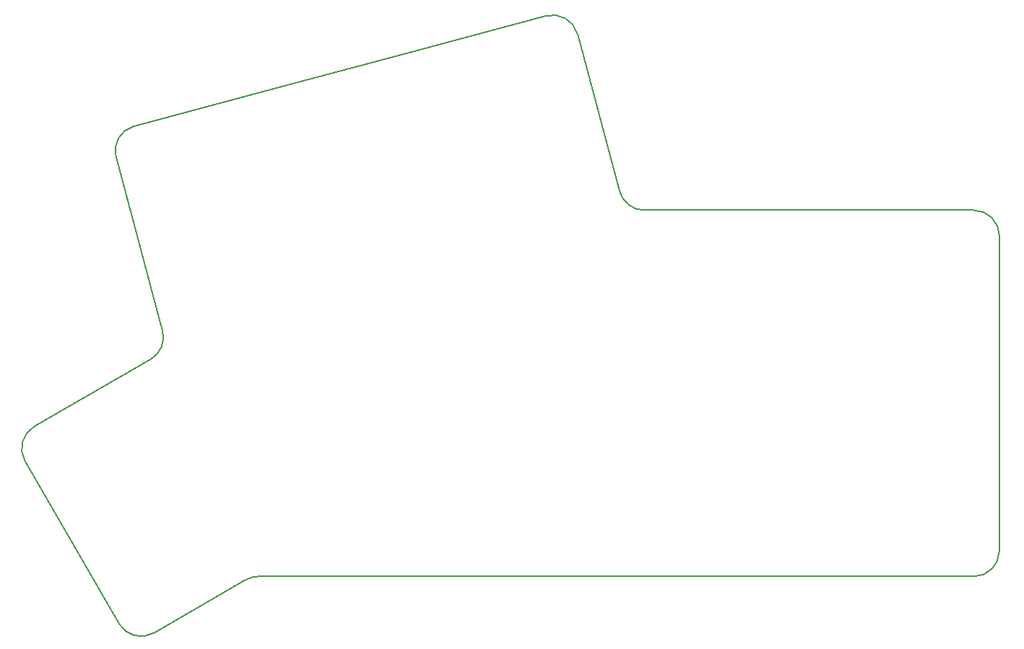
<source format=gbr>
%TF.GenerationSoftware,KiCad,Pcbnew,(6.0.5-0)*%
%TF.CreationDate,2022-07-11T16:51:09+02:00*%
%TF.ProjectId,kardV2,6b617264-5632-42e6-9b69-6361645f7063,v1.0.0*%
%TF.SameCoordinates,Original*%
%TF.FileFunction,Profile,NP*%
%FSLAX46Y46*%
G04 Gerber Fmt 4.6, Leading zero omitted, Abs format (unit mm)*
G04 Created by KiCad (PCBNEW (6.0.5-0)) date 2022-07-11 16:51:09*
%MOMM*%
%LPD*%
G01*
G04 APERTURE LIST*
%TA.AperFunction,Profile*%
%ADD10C,0.150000*%
%TD*%
G04 APERTURE END LIST*
D10*
X4092436Y9685022D02*
X15092436Y-9367537D01*
X5190512Y13783098D02*
X18814406Y21648857D01*
X19190513Y-10465613D02*
X29977481Y-4237754D01*
X14761310Y45366328D02*
X20212183Y25023390D01*
X16882630Y49040563D02*
X32337443Y53181668D01*
X49724108Y57840410D02*
X32337443Y53181668D01*
X68853156Y59860195D02*
X73802842Y41387713D01*
X49724108Y57840410D02*
X65178922Y61981515D01*
X31477481Y-3835830D02*
X115321521Y-3835830D01*
X118321521Y-835830D02*
X118321521Y36164170D01*
X115321521Y39164170D02*
X76700620Y39164170D01*
X15092436Y-9367537D02*
G75*
G03*
X19190513Y-10465614I2598077J1500000D01*
G01*
X31477481Y-3835830D02*
G75*
G03*
X29977481Y-4237754I0J-3000000D01*
G01*
X115321521Y-3835830D02*
G75*
G03*
X118321521Y-835830I0J3000000D01*
G01*
X118321521Y36164170D02*
G75*
G03*
X115321521Y39164170I-3000000J0D01*
G01*
X73802843Y41387713D02*
G75*
G03*
X76700620Y39164170I2897777J776457D01*
G01*
X68853156Y59860195D02*
G75*
G03*
X65178922Y61981515I-2897777J-776457D01*
G01*
X16882630Y49040563D02*
G75*
G03*
X14761309Y45366328I776457J-2897778D01*
G01*
X18814406Y21648857D02*
G75*
G03*
X20212183Y25023390I-1500000J2598076D01*
G01*
X5190512Y13783098D02*
G75*
G03*
X4092436Y9685022I1500000J-2598076D01*
G01*
M02*

</source>
